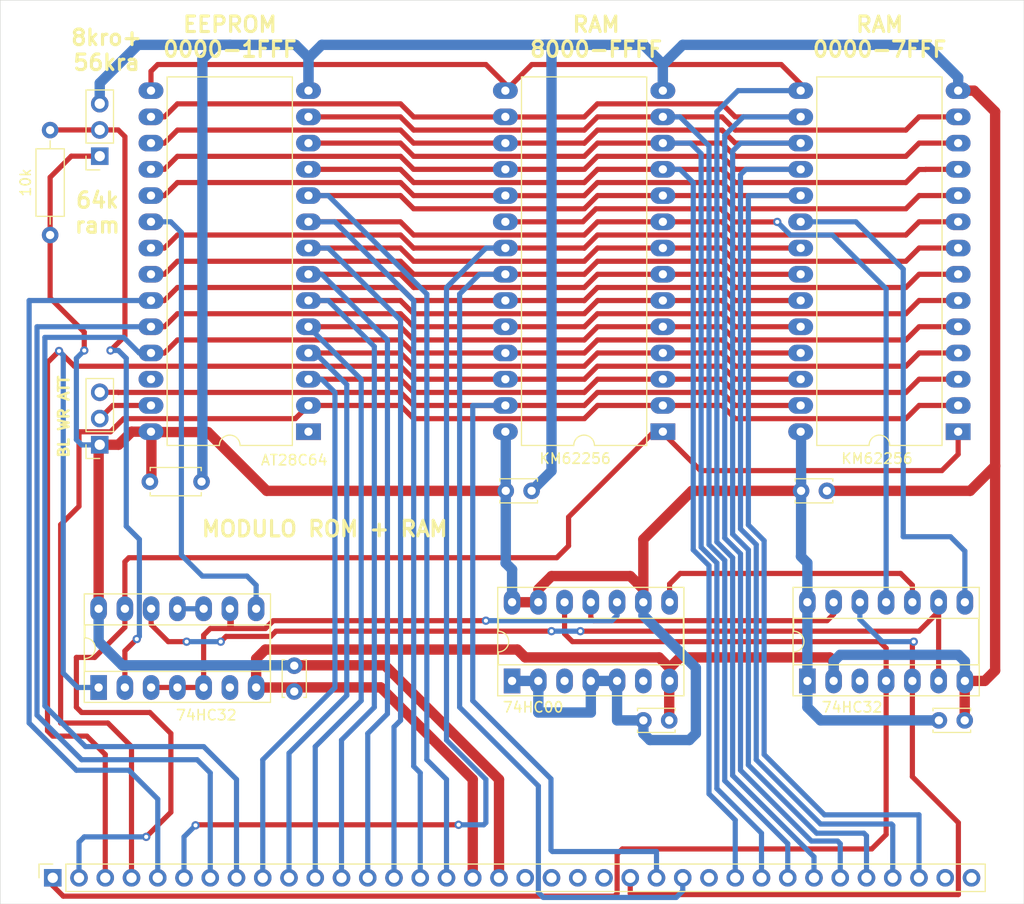
<source format=kicad_pcb>
(kicad_pcb (version 20211014) (generator pcbnew)
  (layers (0 "F.Cu" signal) (31 "B.Cu" signal) (34 "B.Paste" user) (35 "F.Paste" user) (36 "B.SilkS" user "B.Silkscreen") (37 "F.SilkS" user "F.Silkscreen") (38 "B.Mask" user) (39 "F.Mask" user) (44 "Edge.Cuts" user))
  (net 0 "")
  (footprint "Package_DIP:DIP-14_W7.62mm_Socket_LongPads" (layer "F.Cu") (at 94.61 112.385 90)
    (fp_text reference "74HC32")
    (fp_text value "DIP-14_W7.62mm_Socket_LongPads" hide)
  )
  (footprint "Package_DIP:DIP-28_W15.24mm_LongPads" (layer "F.Cu") (at 177.78 87.62 180)
    (fp_text reference "KM62256")
    (fp_text value "DIP-28_W15.24mm_LongPads" hide)
  )
  (footprint "Package_DIP:DIP-28_W15.24mm_LongPads" (layer "F.Cu") (at 114.915 87.62 180)
    (fp_text reference "AT28C64")
    (fp_text value "DIP-28_W15.24mm_LongPads" hide)
  )
  (footprint "Capacitor_THT:C_Disc_D3.4mm_W2.1mm_P2.50mm" (layer "F.Cu") (at 162.58 93.345)
    (fp_text reference "REF**" hide)
    (fp_text value "C_Disc_D3.4mm_W2.1mm_P2.50mm" hide)
  )
  (footprint "Connector_PinSocket_2.54mm:PinSocket_1x36_P2.54mm_Vertical" (layer "F.Cu") (at 90.17 130.81 90)
    (fp_text reference "REF**" hide)
    (fp_text value "PinSocket_1x36_P2.54mm_Vertical" hide)
  )
  (footprint "Capacitor_THT:C_Disc_D4.7mm_W2.5mm_P5.00mm" (layer "F.Cu") (at 99.568 92.456)
    (fp_text reference "REF**" hide)
    (fp_text value "C_Disc_D4.7mm_W2.5mm_P5.00mm" hide)
  )
  (footprint "Connector_PinSocket_2.54mm:PinSocket_1x03_P2.54mm_Vertical" (layer "F.Cu") (at 94.717 88.885 180)
    (fp_text reference "REF**" hide)
    (fp_text value "PinSocket_1x03_P2.54mm_Vertical" hide)
  )
  (footprint "Package_DIP:DIP-28_W15.24mm_LongPads" (layer "F.Cu") (at 149.205 87.62 180)
    (fp_text reference "KM62256")
    (fp_text value "DIP-28_W15.24mm_LongPads" hide)
  )
  (footprint "Package_DIP:DIP-14_W7.62mm_Socket_LongPads" (layer "F.Cu") (at 163.19 111.75 90)
    (fp_text reference "74HC32")
    (fp_text value "DIP-14_W7.62mm_Socket_LongPads" hide)
  )
  (footprint "Capacitor_THT:C_Disc_D3.4mm_W2.1mm_P2.50mm" (layer "F.Cu") (at 113.538 112.776 90)
    (fp_text reference "REF**" hide)
    (fp_text value "C_Disc_D3.4mm_W2.1mm_P2.50mm" hide)
  )
  (footprint "Capacitor_THT:C_Disc_D3.4mm_W2.1mm_P2.50mm" (layer "F.Cu") (at 134.005 93.345)
    (fp_text reference "REF**" hide)
    (fp_text value "C_Disc_D3.4mm_W2.1mm_P2.50mm" hide)
  )
  (footprint "Capacitor_THT:C_Disc_D3.4mm_W2.1mm_P2.50mm" (layer "F.Cu") (at 175.915 115.57)
    (fp_text reference "REF**" hide)
    (fp_text value "C_Disc_D3.4mm_W2.1mm_P2.50mm" hide)
  )
  (footprint "Package_DIP:DIP-14_W7.62mm_Socket_LongPads" (layer "F.Cu") (at 134.615 111.75 90)
    (fp_text reference "74HC00")
    (fp_text value "DIP-14_W7.62mm_Socket_LongPads" hide)
  )
  (footprint "Connector_PinSocket_2.54mm:PinSocket_1x03_P2.54mm_Vertical" (layer "F.Cu") (at 94.717 60.945 180)
    (fp_text reference "REF**" hide)
    (fp_text value "PinSocket_1x03_P2.54mm_Vertical" hide)
  )
  (footprint "Resistor_THT:R_Axial_DIN0207_L6.3mm_D2.5mm_P10.16mm_Horizontal" (layer "F.Cu") (at 89.916 68.58 90)
    (fp_text reference "10k")
    (fp_text value "R_Axial_DIN0207_L6.3mm_D2.5mm_P10.16mm_Horizontal" hide)
  )
  (footprint "Capacitor_THT:C_Disc_D3.4mm_W2.1mm_P2.50mm" (layer "F.Cu") (at 147.32 115.57)
    (fp_text reference "REF**" hide)
    (fp_text value "C_Disc_D3.4mm_W2.1mm_P2.50mm" hide)
  )
  (gr_rect (start 85.09 45.85) (end 184.15 133.35) (layer "Edge.Cuts") (width 0.05) (fill none))
  (gr_text "8kro+\n56kra" (at 95.377 50.673) (layer "F.SilkS") (effects (font (size 1.5 1.5) (thickness 0.3))))
  (gr_text "64k\nram" (at 94.488 66.421) (layer "F.SilkS") (effects (font (size 1.5 1.5) (thickness 0.3))))
  (gr_text "BL WR ATT" (at 91.2368 86.1568 90) (layer "F.SilkS") (effects (font (size 1 1) (thickness 0.25))))
  (gr_text "EEPROM\n0000-1FFF" (at 107.315 49.403) (layer "F.SilkS") (effects (font (size 1.5 1.5) (thickness 0.3))))
  (gr_text "MODULO ROM + RAM" (at 116.4844 97.028) (layer "F.SilkS") (effects (font (size 1.5 1.5) (thickness 0.3))))
  (gr_text "RAM\n0000-7FFF" (at 170.18 49.403) (layer "F.SilkS") (effects (font (size 1.5 1.5) (thickness 0.3))))
  (gr_text "RAM\n8000-FFFF" (at 142.748 49.403) (layer "F.SilkS") (effects (font (size 1.5 1.5) (thickness 0.3))))
  (segment (start 123.825 68.58) (end 125.095 69.85) (width 0.5) (layer "F.Cu") (net 0))
  (segment (start 123.815 69.84) (end 125.095 71.12) (width 0.5) (layer "F.Cu") (net 0))
  (segment (start 141.605 63.5) (end 142.885 62.22) (width 0.5) (layer "F.Cu") (net 0))
  (segment (start 162.58 93.345) (end 152.019 93.345) (width 1) (layer "F.Cu") (net 0))
  (segment (start 142.885 57.14) (end 149.205 57.14) (width 0.5) (layer "F.Cu") (net 0))
  (segment (start 125.095 86.36) (end 141.605 86.36) (width 0.5) (layer "F.Cu") (net 0))
  (segment (start 123.825 60.96) (end 125.085 62.22) (width 0.5) (layer "F.Cu") (net 0))
  (segment (start 133.995 54.6) (end 136.525 52.07) (width 0.5) (layer "F.Cu") (net 0))
  (segment (start 89.662 116.586) (end 90.17 117.094) (width 0.5) (layer "F.Cu") (net 0))
  (segment (start 150.876 109.474) (end 165.354 109.474) (width 1) (layer "F.Cu") (net 0))
  (segment (start 141.615 85.08) (end 142.875 83.82) (width 0.5) (layer "F.Cu") (net 0))
  (segment (start 154.94 60.96) (end 156.2 62.22) (width 0.5) (layer "F.Cu") (net 0))
  (segment (start 149.855 110.495) (end 150.876 109.474) (width 1) (layer "F.Cu") (net 0))
  (segment (start 142.885 59.68) (end 149.205 59.68) (width 0.5) (layer "F.Cu") (net 0))
  (segment (start 142.885 72.38) (end 149.205 72.38) (width 0.5) (layer "F.Cu") (net 0))
  (segment (start 99.675 72.38) (end 100.975 72.38) (width 0.5) (layer "F.Cu") (net 0))
  (segment (start 156.21 76.2) (end 172.72 76.2) (width 0.5) (layer "F.Cu") (net 0))
  (segment (start 174 69.84) (end 177.78 69.84) (width 0.5) (layer "F.Cu") (net 0))
  (segment (start 100.975 77.46) (end 102.235 76.2) (width 0.5) (layer "F.Cu") (net 0))
  (segment (start 154.93 72.38) (end 156.21 73.66) (width 0.5) (layer "F.Cu") (net 0))
  (segment (start 100.975 69.84) (end 102.235 68.58) (width 0.5) (layer "F.Cu") (net 0))
  (segment (start 113.538 112.502) (end 113.538 112.776) (width 0.5) (layer "F.Cu") (net 0))
  (segment (start 142.235 104.13) (end 142.235 105.659) (width 0.5) (layer "F.Cu") (net 0))
  (segment (start 125.095 82.55) (end 125.105 82.54) (width 0.5) (layer "F.Cu") (net 0))
  (segment (start 99.675 54.6) (end 99.675 52.725) (width 0.5) (layer "F.Cu") (net 0))
  (segment (start 141.605 81.28) (end 142.885 80) (width 0.5) (layer "F.Cu") (net 0))
  (segment (start 154.93 69.84) (end 156.21 71.12) (width 0.5) (layer "F.Cu") (net 0))
  (segment (start 141.605 58.42) (end 142.885 57.14) (width 0.5) (layer "F.Cu") (net 0))
  (segment (start 156.21 74.93) (end 156.22 74.92) (width 0.5) (layer "F.Cu") (net 0))
  (segment (start 125.095 66.04) (end 141.605 66.04) (width 0.5) (layer "F.Cu") (net 0))
  (segment (start 123.815 80) (end 125.095 81.28) (width 0.5) (layer "F.Cu") (net 0))
  (segment (start 149.205 62.22) (end 154.93 62.22) (width 0.5) (layer "F.Cu") (net 0))
  (segment (start 177.78 89.809) (end 176.1998 91.3892) (width 0.5) (layer "F.Cu") (net 0))
  (segment (start 141.605 86.36) (end 142.885 85.08) (width 0.5) (layer "F.Cu") (net 0))
  (segment (start 133.955 57.15) (end 133.965 57.14) (width 0.5) (layer "F.Cu") (net 0))
  (segment (start 99.675 64.76) (end 100.975 64.76) (width 0.5) (layer "F.Cu") (net 0))
  (segment (start 154.94 76.2) (end 156.21 77.47) (width 0.5) (layer "F.Cu") (net 0))
  (segment (start 152.019 93.345) (end 147.315 98.049) (width 1) (layer "F.Cu") (net 0))
  (segment (start 145.288 128.016) (end 144.78 128.524) (width 0.5) (layer "F.Cu") (net 0))
  (segment (start 149.205 64.76) (end 154.93 64.76) (width 0.5) (layer "F.Cu") (net 0))
  (segment (start 97.155 78.359) (end 95.758 79.756) (width 0.5) (layer "F.Cu") (net 0))
  (segment (start 141.605 74.93) (end 142.875 73.66) (width 0.5) (layer "F.Cu") (net 0))
  (segment (start 102.235 78.74) (end 123.825 78.74) (width 0.5) (layer "F.Cu") (net 0))
  (segment (start 99.675 69.84) (end 100.975 69.84) (width 0.5) (layer "F.Cu") (net 0))
  (segment (start 152.8572 91.3892) (end 149.205 87.737) (width 0.5) (layer "F.Cu") (net 0))
  (segment (start 123.815 82.54) (end 125.095 83.82) (width 0.5) (layer "F.Cu") (net 0))
  (segment (start 172.72 63.5) (end 173.99 62.23) (width 0.5) (layer "F.Cu") (net 0))
  (segment (start 97.155 59.055) (end 97.155 78.359) (width 0.5) (layer "F.Cu") (net 0))
  (segment (start 123.815 77.46) (end 125.095 78.74) (width 0.5) (layer "F.Cu") (net 0))
  (segment (start 174.625 62.23) (end 174.635 62.22) (width 0.5) (layer "F.Cu") (net 0))
  (segment (start 99.2124 126.8476) (end 101.6 124.46) (width 0.5) (layer "F.Cu") (net 0))
  (segment (start 147.315 98.049) (end 147.315 104.13) (width 1) (layer "F.Cu") (net 0))
  (segment (start 110.744 106.68) (end 107.569 106.68) (width 0.5) (layer "F.Cu") (net 0))
  (segment (start 114.915 62.22) (end 123.815 62.22) (width 0.5) (layer "F.Cu") (net 0))
  (segment (start 142.875 83.82) (end 154.94 83.82) (width 0.5) (layer "F.Cu") (net 0))
  (segment (start 154.94 73.66) (end 156.21 74.93) (width 0.5) (layer "F.Cu") (net 0))
  (segment (start 170.81 111.75) (end 170.81 126.624) (width 0.5) (layer "F.Cu") (net 0))
  (segment (start 172.72 78.74) (end 174 77.46) (width 0.5) (layer "F.Cu") (net 0))
  (segment (start 114.915 74.92) (end 123.815 74.92) (width 0.5) (layer "F.Cu") (net 0))
  (segment (start 92.71 94.8436) (end 92.71 87.63) (width 0.5) (layer "F.Cu") (net 0))
  (segment (start 125.095 74.93) (end 125.105 74.92) (width 0.5) (layer "F.Cu") (net 0))
  (segment (start 102.235 68.58) (end 123.825 68.58) (width 0.5) (layer "F.Cu") (net 0))
  (segment (start 149.205 87.737) (end 149.205 87.62) (width 0.5) (layer "F.Cu") (net 0))
  (segment (start 172.72 76.2) (end 174 74.92) (width 0.5) (layer "F.Cu") (net 0))
  (segment (start 130.81 130.81) (end 130.81 121.285) (width 1) (layer "F.Cu") (net 0))
  (segment (start 123.825 78.74) (end 125.085 80) (width 0.5) (layer "F.Cu") (net 0))
  (segment (start 156.2 59.68) (end 162.54 59.68) (width 0.5) (layer "F.Cu") (net 0))
  (segment (start 133.965 53.955) (end 133.965 54.6) (width 0.5) (layer "F.Cu") (net 0))
  (segment (start 92.2528 81.28) (end 123.825 81.28) (width 0.5) (layer "F.Cu") (net 0))
  (segment (start 173.99 62.23) (end 174.625 62.23) (width 0.5) (layer "F.Cu") (net 0))
  (segment (start 156.083 67.31) (end 160.274 67.31) (width 0.5) (layer "F.Cu") (net 0))
  (segment (start 102.235 60.96) (end 123.825 60.96) (width 0.5) (layer "F.Cu") (net 0))
  (segment (start 97.15 108.844) (end 98.298 107.696) (width 0.5) (layer "F.Cu") (net 0))
  (segment (start 162.54 53.955) (end 162.54 54.6) (width 0.5) (layer "F.Cu") (net 0))
  (segment (start 156.22 69.84) (end 162.54 69.84) (width 0.5) (layer "F.Cu") (net 0))
  (segment (start 149.855 111.75) (end 149.855 110.485) (width 0.5) (layer "F.Cu") (net 0))
  (segment (start 141.595 77.46) (end 141.605 77.47) (width 0.5) (layer "F.Cu") (net 0))
  (segment (start 149.855 102.367) (end 149.855 104.13) (width 0.5) (layer "F.Cu") (net 0))
  (segment (start 144.78 132.334) (end 144.526 132.588) (width 0.5) (layer "F.Cu") (net 0))
  (segment (start 125.095 60.96) (end 141.605 60.96) (width 0.5) (layer "F.Cu") (net 0))
  (segment (start 142.875 60.96) (end 154.94 60.96) (width 0.5) (layer "F.Cu") (net 0))
  (segment (start 100.975 64.76) (end 102.235 63.5) (width 0.5) (layer "F.Cu") (net 0))
  (segment (start 141.605 78.74) (end 142.885 77.46) (width 0.5) (layer "F.Cu") (net 0))
  (segment (start 154.94 71.12) (end 156.21 72.39) (width 0.5) (layer "F.Cu") (net 0))
  (segment (start 149.205 69.84) (end 154.93 69.84) (width 0.5) (layer "F.Cu") (net 0))
  (segment (start 123.825 76.2) (end 125.085 77.46) (width 0.5) (layer "F.Cu") (net 0))
  (segment (start 99.715 92.309) (end 99.715 87.66) (width 1) (layer "F.Cu") (net 0))
  (segment (start 122.301 110.236) (end 113.578 110.236) (width 1) (layer "F.Cu") (net 0))
  (segment (start 156.22 77.46) (end 162.54 77.46) (width 0.5) (layer "F.Cu") (net 0))
  (segment (start 174 74.92) (end 177.78 74.92) (width 0.5) (layer "F.Cu") (net 0))
  (segment (start 141.605 76.2) (end 142.885 74.92) (width 0.5) (layer "F.Cu") (net 0))
  (segment (start 170.81 108.58) (end 170.81 111.75) (width 0.5) (layer "F.Cu") (net 0))
  (segment (start 174 80) (end 177.78 80) (width 0.5) (layer "F.Cu") (net 0))
  (segment (start 99.715 87.66) (end 99.675 87.62) (width 0.5) (layer "F.Cu") (net 0))
  (segment (start 172.72 60.96) (end 174 59.68) (width 0.5) (layer "F.Cu") (net 0))
  (segment (start 90.17 131.572) (end 90.17 130.81) (width 0.5) (layer "F.Cu") (net 0))
  (segment (start 172.72 81.28) (end 174 80) (width 0.5) (layer "F.Cu") (net 0))
  (segment (start 174.635 62.22) (end 177.78 62.22) (width 0.5) (layer "F.Cu") (net 0))
  (segment (start 172.72 66.04) (end 174 64.76) (width 0.5) (layer "F.Cu") (net 0))
  (segment (start 133.965 85.08) (end 141.615 85.08) (width 0.5) (layer "F.Cu") (net 0))
  (segment (start 146.05 101.6) (end 147.315 102.865) (width 1) (layer "F.Cu") (net 0))
  (segment (start 95.982 85.08) (end 94.717 86.345) (width 0.5) (layer "F.Cu") (net 0))
  (segment (start 103.124 107.95) (end 101.346 107.95) (width 0.5) (layer "F.Cu") (net 0))
  (segment (start 141.605 72.39) (end 142.875 71.12) (width 0.5) (layer "F.Cu") (net 0))
  (segment (start 109.85 112.385) (end 113.655 112.385) (width 1) (layer "F.Cu") (net 0))
  (segment (start 125.095 58.42) (end 141.605 58.42) (width 0.5) (layer "F.Cu") (net 0))
  (segment (start 148.346 87.62) (end 140.081 95.885) (width 0.5) (layer "F.Cu") (net 0))
  (segment (start 173.35 108.082) (end 173.482 107.95) (width 0.5) (layer "F.Cu") (net 0))
  (segment (start 141.224 106.934) (end 173.99 106.934) (width 0.5) (layer "F.Cu") (net 0))
  (segment (start 90.7796 79.8068) (end 89.662 80.9244) (width 0.5) (layer "F.Cu") (net 0))
  (segment (start 156.22 74.92) (end 162.54 74.92) (width 0.5) (layer "F.Cu") (net 0))
  (segment (start 181.356 90.932) (end 181.356 110.744) (width 1) (layer "F.Cu") (net 0))
  (segment (start 174 77.46) (end 177.78 77.46) (width 0.5) (layer "F.Cu") (net 0))
  (segment (start 165.1 105.918) (end 165.73 105.288) (width 0.5) (layer "F.Cu") (net 0))
  (segment (start 137.155 102.875) (end 138.43 101.6) (width 1) (layer "F.Cu") (net 0))
  (segment (start 165.73 109.85) (end 165.73 111.75) (width 1) (layer "F.Cu") (net 0))
  (segment (start 170.81 126.624) (end 169.418 128.016) (width 0.5) (layer "F.Cu") (net 0))
  (segment (start 146.05 130.81) (end 146.05 132.334) (width 0.5) (layer "F.Cu") (net 0))
  (segment (start 154.93 67.3) (end 156.21 68.58) (width 0.5) (layer "F.Cu") (net 0))
  (segment (start 99.675 85.08) (end 95.982 85.08) (width 0.5) (layer "F.Cu") (net 0))
  (segment (start 144.526 132.588) (end 91.186 132.588) (width 0.5) (layer "F.Cu") (net 0))
  (segment (start 154.93 59.68) (end 156.21 60.96) (width 0.5) (layer "F.Cu") (net 0))
  (segment (start 156.2 85.08) (end 162.54 85.08) (width 0.5) (layer "F.Cu") (net 0))
  (segment (start 156.21 68.58) (end 172.72 68.58) (width 0.5) (layer "F.Cu") (net 0))
  (segment (start 94.61 104.765) (end 94.61 88.992) (width 1) (layer "F.Cu") (net 0))
  (segment (start 148.844 109.474) (end 135.89 109.474) (width 1) (layer "F.Cu") (net 0))
  (segment (start 141.605 59.69) (end 142.875 58.42) (width 0.5) (layer "F.Cu") (net 0))
  (segment (start 91.963 60.945) (end 94.717 60.945) (width 0.5) (layer "F.Cu") (net 0))
  (segment (start 139.695 107.183) (end 140.462 107.95) (width 0.5) (layer "F.Cu") (net 0))
  (segment (start 123.825 83.82) (end 125.095 85.09) (width 0.5) (layer "F.Cu") (net 0))
  (segment (start 93.218 77.978) (end 89.916 74.676) (width 0.5) (layer "F.Cu") (net 0))
  (segment (start 99.675 59.68) (end 100.975 59.68) (width 0.5) (layer "F.Cu") (net 0))
  (segment (start 99.675 52.725) (end 100.33 52.07) (width 0.5) (layer "F.Cu") (net 0))
  (segment (start 175.89 111.75) (end 175.89 104.13) (width 0.5) (layer "F.Cu") (net 0))
  (segment (start 140.081 98.679) (end 138.938 99.822) (width 0.5) (layer "F.Cu") (net 0))
  (segment (start 142.875 63.5) (end 154.94 63.5) (width 0.5) (layer "F.Cu") (net 0))
  (segment (start 154.93 74.92) (end 156.21 76.2) (width 0.5) (layer "F.Cu") (net 0))
  (segment (start 125.095 83.82) (end 141.605 83.82) (width 0.5) (layer "F.Cu") (net 0))
  (segment (start 174 72.38) (end 177.78 72.38) (width 0.5) (layer "F.Cu") (net 0))
  (segment (start 125.085 77.46) (end 133.965 77.46) (width 0.5) (layer "F.Cu") (net 0))
  (segment (start 142.875 55.88) (end 154.94 55.88) (width 0.5) (layer "F.Cu") (net 0))
  (segment (start 93.218 79.756) (end 93.218 77.978) (width 0.5) (layer "F.Cu") (net 0))
  (segment (start 92.71 87.63) (end 95.758 87.63) (width 0.5) (layer "F.Cu") (net 0))
  (segment (start 174 64.76) (end 177.78 64.76) (width 0.5) (layer "F.Cu") (net 0))
  (segment (start 137.155 104.13) (end 137.155 102.875) (width 0.5) (layer "F.Cu") (net 0))
  (segment (start 90.17 117.094) (end 93.472 117.094) (width 0.5) (layer "F.Cu") (net 0))
  (segment (start 138.43 106.934) (end 111.76 106.934) (width 0.5) (layer "F.Cu") (net 0))
  (segment (start 142.885 80) (end 149.205 80) (width 0.5) (layer "F.Cu") (net 0))
  (segment (start 156.21 58.42) (end 172.72 58.42) (width 0.5) (layer "F.Cu") (net 0))
  (segment (start 125.095 63.5) (end 141.605 63.5) (width 0.5) (layer "F.Cu") (net 0))
  (segment (start 178.943 93.345) (end 181.356 90.932) (width 1) (layer "F.Cu") (net 0))
  (segment (start 149.205 72.38) (end 154.93 72.38) (width 0.5) (layer "F.Cu") (net 0))
  (segment (start 97.8 87.62) (end 99.675 87.62) (width 1) (layer "F.Cu") (net 0))
  (segment (start 141.605 73.66) (end 142.885 72.38) (width 0.5) (layer "F.Cu") (net 0))
  (segment (start 172.72 71.12) (end 174 69.84) (width 0.5) (layer "F.Cu") (net 0))
  (segment (start 125.105 74.92) (end 133.965 74.92) (width 0.5) (layer "F.Cu") (net 0))
  (segment (start 156.21 73.66) (end 172.72 73.66) (width 0.5) (layer "F.Cu") (net 0))
  (segment (start 89.916 58.928) (end 89.916 58.42) (width 0.5) (layer "F.Cu") (net 0))
  (segment (start 134.615 104.13) (end 137.155 104.13) (width 1) (layer "F.Cu") (net 0))
  (segment (start 154.94 63.5) (end 156.2 64.76) (width 0.5) (layer "F.Cu") (net 0))
  (segment (start 89.916 74.676) (end 89.916 68.58) (width 0.5) (layer "F.Cu") (net 0))
  (segment (start 125.095 68.58) (end 141.605 68.58) (width 0.5) (layer "F.Cu") (net 0))
  (segment (start 173.99 106.934) (end 175.89 105.034) (width 0.5) (layer "F.Cu") (net 0))
  (segment (start 133.965 62.22) (end 141.615 62.22) (width 0.5) (layer "F.Cu") (net 0))
  (segment (start 146.05 132.334) (end 146.1516 132.4356) (width 0.5) (layer "F.Cu") (net 0))
  (segment (start 107.442 104.897) (end 107.31 104.765) (width 0.5) (layer "F.Cu") (net 0))
  (segment (start 174 85.08) (end 177.78 85.08) (width 0.5) (layer "F.Cu") (net 0))
  (segment (start 154.93 64.76) (end 156.21 66.04) (width 0.5) (layer "F.Cu") (net 0))
  (segment (start 142.235 105.659) (end 142.494 105.918) (width 0.5) (layer "F.Cu") (net 0))
  (segment (start 142.875 81.28) (end 154.94 81.28) (width 0.5) (layer "F.Cu") (net 0))
  (segment (start 181.356 56.642) (end 179.314 54.6) (width 1) (layer "F.Cu") (net 0))
  (segment (start 133.965 57.14) (end 133.975 57.15) (width 0.5) (layer "F.Cu") (net 0))
  (segment (start 146.1516 132.4356) (end 177.8 132.4356) (width 0.5) (layer "F.Cu") (net 0))
  (segment (start 156.21 81.28) (end 172.72 81.28) (width 0.5) (layer "F.Cu") (net 0))
  (segment (start 154.94 58.42) (end 156.2 59.68) (width 0.5) (layer "F.Cu") (net 0))
  (segment (start 141.605 82.55) (end 142.875 81.28) (width 0.5) (layer "F.Cu") (net 0))
  (segment (start 94.717 58.405) (end 96.505 58.405) (width 0.5) (layer "F.Cu") (net 0))
  (segment (start 142.885 74.92) (end 149.205 74.92) (width 0.5) (layer "F.Cu") (net 0))
  (segment (start 123.825 55.88) (end 125.095 57.15) (width 0.5) (layer "F.Cu") (net 0))
  (segment (start 154.93 82.54) (end 156.21 83.82) (width 0.5) (layer "F.Cu") (net 0))
  (segment (start 101.6 124.46) (end 101.6 116.84) (width 0.5) (layer "F.Cu") (net 0))
  (segment (start 165.354 109.474) (end 165.73 109.85) (width 1) (layer "F.Cu") (net 0))
  (segment (start 125.095 76.2) (end 141.605 76.2) (width 0.5) (layer "F.Cu") (net 0))
  (segment (start 123.825 81.28) (end 125.095 82.55) (width 0.5) (layer "F.Cu") (net 0))
  (segment (start 177.8 132.4356) (end 177.8 125.476) (width 0.5) (layer "F.Cu") (net 0))
  (segment (start 125.095 81.28) (end 141.605 81.28) (width 0.5) (layer "F.Cu") (net 0))
  (segment (start 104.77 112.385) (end 104.77 107.32) (width 0.5) (layer "F.Cu") (net 0))
  (segment (start 141.595 59.68) (end 141.605 59.69) (width 0.5) (layer "F.Cu") (net 0))
  (segment (start 114.915 85.08) (end 123.815 85.08) (width 0.5) (layer "F.Cu") (net 0))
  (segment (start 100.33 52.07) (end 132.08 52.07) (width 0.5) (layer "F.Cu") (net 0))
  (segment (start 156.21 63.5) (end 172.72 63.5) (width 0.5) (layer "F.Cu") (net 0))
  (segment (start 180.35 111.75) (end 178.43 111.75) (width 1) (layer "F.Cu") (net 0))
  (segment (start 165.73 105.288) (end 165.73 104.13) (width 0.5) (layer "F.Cu") (net 0))
  (segment (start 154.94 68.58) (end 156.21 69.85) (width 0.5) (layer "F.Cu") (net 0))
  (segment (start 141.468 67.3) (end 142.728 66.04) (width 0.5) (layer "F.Cu") (net 0))
  (segment (start 141.595 82.54) (end 141.605 82.55) (width 0.5) (layer "F.Cu") (net 0))
  (segment (start 125.105 85.08) (end 133.965 85.08) (width 0.5) (layer "F.Cu") (net 0))
  (segment (start 172.72 58.42) (end 174 57.14) (width 0.5) (layer "F.Cu") (net 0))
  (segment (start 174 82.54) (end 177.78 82.54) (width 0.5) (layer "F.Cu") (net 0))
  (segment (start 140.081 95.885) (end 140.081 98.679) (width 0.5) (layer "F.Cu") (net 0))
  (segment (start 123.815 74.92) (end 125.095 76.2) (width 0.5) (layer "F.Cu") (net 0))
  (segment (start 149.82 111.785) (end 149.855 111.75) (width 0.5) (layer "F.Cu") (net 0))
  (segment (start 114.915 67.3) (end 123.815 67.3) (width 0.5) (layer "F.Cu") (net 0))
  (segment (start 177.8 125.476) (end 173.35 121.026) (width 0.5) (layer "F.Cu") (net 0))
  (segment (start 181.356 110.744) (end 180.35 111.75) (width 1) (layer "F.Cu") (net 0))
  (segment (start 101.6 116.84) (end 99.568 114.808) (width 0.5) (layer "F.Cu") (net 0))
  (segment (start 102.235 63.5) (end 123.825 63.5) (width 0.5) (layer "F.Cu") (net 0))
  (segment (start 178.415 115.57) (end 178.415 111.765) (width 1) (layer "F.Cu") (net 0))
  (segment (start 114.915 57.14) (end 123.815 57.14) (width 0.5) (layer "F.Cu") (net 0))
  (segment (start 156.21 86.36) (end 172.72 86.36) (width 0.5) (layer "F.Cu") (net 0))
  (segment (start 114.915 69.84) (end 123.815 69.84) (width 0.5) (layer "F.Cu") (net 0))
  (segment (start 99.675 80) (end 100.975 80) (width 0.5) (layer "F.Cu") (net 0))
  (segment (start 125.085 62.22) (end 133.965 62.22) (width 0.5) (layer "F.Cu") (net 0))
  (segment (start 154.93 80) (end 156.21 81.28) (width 0.5) (layer "F.Cu") (net 0))
  (segment (start 110.744 108.712) (end 109.85 109.606) (width 1) (layer "F.Cu") (net 0))
  (segment (start 102.23 112.385) (end 104.77 112.385) (width 0.5) (layer "F.Cu") (net 0))
  (segment (start 156.21 69.85) (end 156.22 69.84) (width 0.5) (layer "F.Cu") (net 0))
  (segment (start 138.43 101.6) (end 146.05 101.6) (width 1) (layer "F.Cu") (net 0))
  (segment (start 144.78 128.524) (end 144.78 132.334) (width 0.5) (layer "F.Cu") (net 0))
  (segment (start 133.965 80) (end 141.615 80) (width 0.5) (layer "F.Cu") (net 0))
  (segment (start 90.932 96.6216) (end 92.71 94.8436) (width 0.5) (layer "F.Cu") (net 0))
  (segment (start 123.815 67.3) (end 125.095 68.58) (width 0.5) (layer "F.Cu") (net 0))
  (segment (start 104.0384 125.6792) (end 103.9876 125.73) (width 0.5) (layer "F.Cu") (net 0))
  (segment (start 129.4384 125.6792) (end 104.0384 125.6792) (width 0.5) (layer "F.Cu") (net 0))
  (segment (start 114.915 72.38) (end 123.815 72.38) (width 0.5) (layer "F.Cu") (net 0))
  (segment (start 154.813 66.04) (end 156.083 67.31) (width 0.5) (layer "F.Cu") (net 0))
  (segment (start 142.875 68.58) (end 154.94 68.58) (width 0.5) (layer "F.Cu") (net 0))
  (segment (start 154.93 57.14) (end 156.21 58.42) (width 0.5) (layer "F.Cu") (net 0))
  (segment (start 133.965 74.92) (end 141.595 74.92) (width 0.5) (layer "F.Cu") (net 0))
  (segment (start 133.965 54.6) (end 133.995 54.6) (width 0.5) (layer "F.Cu") (net 0))
  (segment (start 99.675 74.92) (end 100.975 74.92) (width 0.5) (layer "F.Cu") (net 0))
  (segment (start 125.095 72.39) (end 125.105 72.38) (width 0.5) (layer "F.Cu") (net 0))
  (segment (start 94.717 88.885) (end 96.535 88.885) (width 1) (layer "F.Cu") (net 0))
  (segment (start 156.21 71.12) (end 172.72 71.12) (width 0.5) (layer "F.Cu") (net 0))
  (segment (start 99.675 57.14) (end 100.975 57.14) (width 0.5) (layer "F.Cu") (net 0))
  (segment (start 130.81 121.285) (end 121.9 112.375) (width 1) (layer "F.Cu") (net 0))
  (segment (start 154.93 77.46) (end 156.21 78.74) (width 0.5) (layer "F.Cu") (net 0))
  (segment (start 156.2 57.14) (end 162.54 57.14) (width 0.5) (layer "F.Cu") (net 0))
  (segment (start 97.15 112.385) (end 97.15 108.844) (width 0.5) (layer "F.Cu") (net 0))
  (segment (start 123.815 57.14) (end 125.095 58.42) (width 0.5) (layer "F.Cu") (net 0))
  (segment (start 100.975 62.22) (end 102.235 60.96) (width 0.5) (layer "F.Cu") (net 0))
  (segment (start 90.932 115.824) (end 90.932 96.6216) (width 0.5) (layer "F.Cu") (net 0))
  (segment (start 149.855 111.75) (end 149.855 110.495) (width 0.5) (layer "F.Cu") (net 0))
  (segment (start 149.205 80) (end 154.93 80) (width 0.5) (layer "F.Cu") (net 0))
  (segment (start 102.235 58.42) (end 123.825 58.42) (width 0.5) (layer "F.Cu") (net 0))
  (segment (start 172.72 86.36) (end 174 85.08) (width 0.5) (layer "F.Cu") (net 0))
  (segment (start 123.815 85.08) (end 125.095 86.36) (width 0.5) (layer "F.Cu") (net 0))
  (segment (start 125.095 78.74) (end 141.605 78.74) (width 0.5) (layer "F.Cu") (net 0))
  (segment (start 133.965 77.46) (end 141.595 77.46) (width 0.5) (layer "F.Cu") (net 0))
  (segment (start 100.975 57.14) (end 102.235 55.88) (width 0.5) (layer "F.Cu") (net 0))
  (segment (start 123.825 71.12) (end 125.095 72.39) (width 0.5) (layer "F.Cu") (net 0))
  (segment (start 123.815 64.76) (end 125.095 66.04) (width 0.5) (layer "F.Cu") (net 0))
  (segment (start 99.568 92.456) (end 99.715 92.309) (width 1) (layer "F.Cu") (net 0))
  (segment (start 102.235 55.88) (end 123.825 55.88) (width 0.5) (layer "F.Cu") (net 0))
  (segment (start 174 59.68) (end 177.78 59.68) (width 0.5) (layer "F.Cu") (net 0))
  (segment (start 134.005 93.345) (end 110.871 93.345) (width 1) (layer "F.Cu") (net 0))
  (segment (start 100.975 72.38) (end 102.235 71.12) (width 0.5) (layer "F.Cu") (net 0))
  (segment (start 102.235 73.66) (end 123.825 73.66) (width 0.5) (layer "F.Cu") (net 0))
  (segment (start 99.568 114.808) (end 92.964 114.808) (width 0.5) (layer "F.Cu") (net 0))
  (segment (start 150.876 101.346) (end 149.855 102.367) (width 0.5) (layer "F.Cu") (net 0))
  (segment (start 141.605 64.77) (end 142.875 63.5) (width 0.5) (layer "F.Cu") (net 0))
  (segment (start 154.94 83.82) (end 156.2 85.08) (width 0.5) (layer "F.Cu") (net 0))
  (segment (start 133.975 64.77) (end 141.605 64.77) (width 0.5) (layer "F.Cu") (net 0))
  (segment (start 123.825 58.42) (end 125.085 59.68) (width 0.5) (layer "F.Cu") (net 0))
  (segment (start 156.21 78.74) (end 172.72 78.74) (width 0.5) (layer "F.Cu") (net 0))
  (segment (start 113.939 112.375) (end 113.538 112.776) (width 1) (layer "F.Cu") (net 0))
  (segment (start 142.494 105.918) (end 165.1 105.918) (width 0.5) (layer "F.Cu") (net 0))
  (segment (start 169.418 128.016) (end 145.288 128.016) (width 0.5) (layer "F.Cu") (net 0))
  (segment (start 114.915 80) (end 123.815 80) (width 0.5) (layer "F.Cu") (net 0))
  (segment (start 141.595 69.84) (end 141.605 69.85) (width 0.5) (layer "F.Cu") (net 0))
  (segment (start 149.205 82.54) (end 154.93 82.54) (width 0.5) (layer "F.Cu") (net 0))
  (segment (start 173.35 102.484) (end 172.212 101.346) (width 0.5) (layer "F.Cu") (net 0))
  (segment (start 133.975 57.15) (end 141.605 57.15) (width 0.5) (layer "F.Cu") (net 0))
  (segment (start 89.931 58.405) (end 94.717 58.405) (width 0.5) (layer "F.Cu") (net 0))
  (segment (start 90.7796 79.8068) (end 92.2528 81.28) (width 0.5) (layer "F.Cu") (net 0))
  (segment (start 174 57.14) (end 177.78 57.14) (width 0.5) (layer "F.Cu") (net 0))
  (segment (start 142.885 62.22) (end 149.205 62.22) (width 0.5) (layer "F.Cu") (net 0))
  (segment (start 114.915 59.68) (end 123.815 59.68) (width 0.5) (layer "F.Cu") (net 0))
  (segment (start 142.885 67.3) (end 149.205 67.3) (width 0.5) (layer "F.Cu") (net 0))
  (segment (start 156.21 72.39) (end 156.22 72.38) (width 0.5) (layer "F.Cu") (net 0))
  (segment (start 140.462 107.95) (end 170.18 107.95) (width 0.5) (layer "F.Cu") (net 0))
  (segment (start 109.85 109.606) (end 109.85 112.385) (width 1) (layer "F.Cu") (net 0))
  (segment (start 111.506 105.918) (end 110.744 106.68) (width 0.5) (layer "F.Cu") (net 0))
  (segment (start 89.916 68.58) (end 89.916 62.992) (width 0.5) (layer "F.Cu") (net 0))
  (segment (start 142.885 85.08) (end 149.205 85.08) (width 0.5) (layer "F.Cu") (net 0))
  (segment (start 107.31 106.421) (end 107.31 104.765) (width 0.5) (layer "F.Cu") (net 0))
  (segment (start 125.095 69.85) (end 125.105 69.84) (width 0.5) (layer "F.Cu") (net 0))
  (segment (start 89.916 58.42) (end 89.931 58.405) (width 0.5) (layer "F.Cu") (net 0))
  (segment (start 105.41 106.68) (end 107.442 106.68) (width 0.5) (layer "F.Cu") (net 0))
  (segment (start 179.314 54.6) (end 177.78 54.6) (width 1) (layer "F.Cu") (net 0))
  (segment (start 135.128 108.712) (end 110.744 108.712) (width 1) (layer "F.Cu") (net 0))
  (segment (start 141.595 72.38) (end 141.605 72.39) (width 0.5) (layer "F.Cu") (net 0))
  (segment (start 142.885 69.84) (end 149.205 69.84) (width 0.5) (layer "F.Cu") (net 0))
  (segment (start 172.72 68.58) (end 174 67.3) (width 0.5) (layer "F.Cu") (net 0))
  (segment (start 156.22 80) (end 162.54 80) (width 0.5) (layer "F.Cu") (net 0))
  (segment (start 142.875 78.74) (end 154.96 78.74) (width 0.5) (layer "F.Cu") (net 0))
  (segment (start 154.93 62.22) (end 156.21 63.5) (width 0.5) (layer "F.Cu") (net 0))
  (segment (start 125.095 71.12) (end 141.605 71.12) (width 0.5) (layer "F.Cu") (net 0))
  (segment (start 149.205 67.3) (end 154.93 67.3) (width 0.5) (layer "F.Cu") (net 0))
  (segment (start 149.205 57.14) (end 154.93 57.14) (width 0.5) (layer "F.Cu") (net 0))
  (segment (start 100.975 80) (end 102.235 78.74) (width 0.5) (layer "F.Cu") (net 0))
  (segment (start 125.105 69.84) (end 133.965 69.84) (width 0.5) (layer "F.Cu") (net 0))
  (segment (start 96.505 58.405) (end 97.155 59.055) (width 0.5) (layer "F.Cu") (net 0))
  (segment (start 174 67.3) (end 177.78 67.3) (width 0.5) (layer "F.Cu") (net 0))
  (segment (start 113.578 110.236) (end 113.538 110.276) (width 1) (layer "F.Cu") (net 0))
  (segment (start 96.52 83.82) (end 96.505 83.805) (width 0.5) (layer "F.Cu") (net 0))
  (segment (start 141.615 62.22) (end 142.875 60.96) (width 0.5) (layer "F.Cu") (net 0))
  (segment (start 96.52 83.82) (end 123.825 83.82) (width 0.5) (layer "F.Cu") (net 0))
  (segment (start 133.965 82.54) (end 141.595 82.54) (width 0.5) (layer "F.Cu") (net 0))
  (segment (start 142.885 82.54) (end 149.205 82.54) (width 0.5) (layer "F.Cu") (net 0))
  (segment (start 132.08 52.07) (end 133.965 53.955) (width 0.5) (layer "F.Cu") (net 0))
  (segment (start 139.695 104.13) (end 139.695 107.183) (width 0.5) (layer "F.Cu") (net 0))
  (segment (start 94.61 88.992) (end 94.717 88.885) (width 1) (layer "F.Cu") (net 0))
  (segment (start 132.08 105.918) (end 111.506 105.918) (width 0.5) (layer "F.Cu") (net 0))
  (segment (start 133.965 59.68) (end 141.595 59.68) (width 0.5) (layer "F.Cu") (net 0))
  (segment (start 138.938 99.822) (end 97.536 99.822) (width 0.5) (layer "F.Cu") (net 0))
  (segment (start 142.875 76.2) (end 154.94 76.2) (width 0.5) (layer "F.Cu") (net 0))
  (segment (start 141.605 69.85) (end 142.875 68.58) (width 0.5) (layer "F.Cu") (net 0))
  (segment (start 176.1998 91.3892) (end 152.8572 91.3892) (width 0.5) (layer "F.Cu") (net 0))
  (segment (start 111.76 106.934) (end 111.252 107.442) (width 0.5) (layer "F.Cu") (net 0))
  (segment (start 149.82 115.57) (end 149.82 111.785) (width 1) (layer "F.Cu") (net 0))
  (segment (start 114.915 82.54) (end 123.815 82.54) (width 0.5) (layer "F.Cu") (net 0))
  (segment (start 97.15 100.208) (end 97.15 104.765) (width 0.5) (layer "F.Cu") (net 0))
  (segment (start 125.085 59.68) (end 133.965 59.68) (width 0.5) (layer "F.Cu") (net 0))
  (segment (start 133.965 67.3) (end 141.468 67.3) (width 0.5) (layer "F.Cu") (net 0))
  (segment (start 172.72 83.82) (end 174 82.54) (width 0.5) (layer "F.Cu") (net 0))
  (segment (start 156.22 72.38) (end 162.54 72.38) (width 0.5) (layer "F.Cu") (net 0))
  (segment (start 92.456 109.474) (end 94.234 109.474) (width 0.5) (layer "F.Cu") (net 0))
  (segment (start 114.915 77.46) (end 123.815 77.46) (width 0.5) (layer "F.Cu") (net 0))
  (segment (start 141.605 83.82) (end 142.885 82.54) (width 0.5) (layer "F.Cu") (net 0))
  (segment (start 100.975 59.68) (end 102.235 58.42) (width 0.5) (layer "F.Cu") (net 0))
  (segment (start 173.35 121.026) (end 173.35 111.75) (width 0.5) (layer "F.Cu") (net 0))
  (segment (start 133.965 72.38) (end 141.595 72.38) (width 0.5) (layer "F.Cu") (net 0))
  (segment (start 93.472 117.094) (end 95.25 118.872) (width 0.5) (layer "F.Cu") (net 0))
  (segment (start 170.18 107.95) (end 170.81 108.58) (width 0.5) (layer "F.Cu") (net 0))
  (segment (start 96.535 88.885) (end 97.8 87.62) (width 1) (layer "F.Cu") (net 0))
  (segment (start 110.871 93.345) (end 105.186 87.66) (width 1) (layer "F.Cu") (net 0))
  (segment (start 105.186 87.66) (end 99.715 87.66) (width 1) (layer "F.Cu") (net 0))
  (segment (start 89.916 62.992) (end 91.963 60.945) (width 0.5) (layer "F.Cu") (net 0))
  (segment (start 101.346 107.95) (end 99.69 106.294) (width 0.5) (layer "F.Cu") (net 0))
  (segment (start 107.569 106.68) (end 107.31 106.421) (width 0.5) (layer "F.Cu") (net 0))
  (segment (start 149.205 87.62) (end 148.346 87.62) (width 0.5) (layer "F.Cu") (net 0))
  (segment (start 125.095 85.09) (end 125.105 85.08) (width 0.5) (layer "F.Cu") (net 0))
  (segment (start 99.675 77.46) (end 100.975 77.46) (width 0.5) (layer "F.Cu") (net 0))
  (segment (start 154.93 85.08) (end 156.21 86.36) (width 0.5) (layer "F.Cu") (net 0))
  (segment (start 156.21 60.96) (end 172.72 60.96) (width 0.5) (layer "F.Cu") (net 0))
  (segment (start 125.095 73.66) (end 141.605 73.66) (width 0.5) (layer "F.Cu") (net 0))
  (segment (start 94.234 109.474) (end 97.15 106.558) (width 0.5) (layer "F.Cu") (net 0))
  (segment (start 156.2 62.22) (end 162.54 62.22) (width 0.5) (layer "F.Cu") (net 0))
  (segment (start 91.186 132.588) (end 90.17 131.572) (width 0.5) (layer "F.Cu") (net 0))
  (segment (start 142.728 66.04) (end 154.813 66.04) (width 0.5) (layer "F.Cu") (net 0))
  (segment (start 156.21 82.55) (end 156.22 82.54) (width 0.5) (layer "F.Cu") (net 0))
  (segment (start 149.205 85.08) (end 154.93 85.08) (width 0.5) (layer "F.Cu") (net 0))
  (segment (start 125.095 57.15) (end 133.955 57.15) (width 0.5) (layer "F.Cu") (net 0))
  (segment (start 97.79 118.11) (end 95.504 115.824) (width 0.5) (layer "F.Cu") (net 0))
  (segment (start 125.085 80) (end 133.965 80) (width 0.5) (layer "F.Cu") (net 0))
  (segment (start 160.655 52.07) (end 162.54 53.955) (width 0.5) (layer "F.Cu") (net 0))
  (segment (start 123.815 62.22) (end 125.095 63.5) (width 0.5) (layer "F.Cu") (net 0))
  (segment (start 142.885 64.76) (end 149.205 64.76) (width 0.5) (layer "F.Cu") (net 0))
  (segment (start 173.35 104.13) (end 173.35 102.484) (width 0.5) (layer "F.Cu") (net 0))
  (segment (start 113.635 86.36) (end 114.915 85.08) (width 0.5) (layer "F.Cu") (net 0))
  (segment (start 141.605 68.58) (end 142.885 67.3) (width 0.5) (layer "F.Cu") (net 0))
  (segment (start 142.885 77.46) (end 149.205 77.46) (width 0.5) (layer "F.Cu") (net 0))
  (segment (start 136.525 52.07) (end 160.655 52.07) (width 0.5) (layer "F.Cu") (net 0))
  (segment (start 142.875 73.66) (end 154.94 73.66) (width 0.5) (layer "F.Cu") (net 0))
  (segment (start 113.655 112.385) (end 113.538 112.502) (width 0.5) (layer "F.Cu") (net 0))
  (segment (start 156.21 77.47) (end 156.22 77.46) (width 0.5) (layer "F.Cu") (net 0))
  (segment (start 97.79 130.81) (end 97.79 118.11) (width 0.5) (layer "F.Cu") (net 0))
  (segment (start 123.825 63.5) (end 125.085 64.76) (width 0.5) (layer "F.Cu") (net 0))
  (segment (start 141.605 66.04) (end 142.885 64.76) (width 0.5) (layer "F.Cu") (net 0))
  (segment (start 133.965 59.68) (end 133.975 59.69) (width 0.5) (layer "F.Cu") (net 0))
  (segment (start 156.21 66.04) (end 172.72 66.04) (width 0.5) (layer "F.Cu") (net 0))
  (segment (start 102.235 71.12) (end 123.825 71.12) (width 0.5) (layer "F.Cu") (net 0))
  (segment (start 149.205 74.92) (end 154.93 74.92) (width 0.5) (layer "F.Cu") (net 0))
  (segment (start 175.89 105.034) (end 175.89 104.13) (width 0.5) (layer "F.Cu") (net 0))
  (segment (start 99.675 62.22) (end 100.975 62.22) (width 0.5) (layer "F.Cu") (net 0))
  (segment (start 111.252 107.442) (end 106.934 107.442) (width 0.5) (layer "F.Cu") (net 0))
  (segment (start 107.442 106.68) (end 107.442 104.897) (width 0.5) (layer "F.Cu") (net 0))
  (segment (start 89.662 80.9244) (end 89.662 116.586) (width 0.5) (layer "F.Cu") (net 0))
  (segment (start 156.21 83.82) (end 172.72 83.82) (width 0.5) (layer "F.Cu") (net 0))
  (segment (start 125.105 72.38) (end 133.965 72.38) (width 0.5) (layer "F.Cu") (net 0))
  (segment (start 156.22 82.54) (end 162.54 82.54) (width 0.5) (layer "F.Cu") (net 0))
  (segment (start 149.205 59.68) (end 154.93 59.68) (width 0.5) (layer "F.Cu") (net 0))
  (segment (start 104.77 107.32) (end 105.41 106.68) (width 0.5) (layer "F.Cu") (net 0))
  (segment (start 154.94 81.28) (end 156.21 82.55) (width 0.5) (layer "F.Cu") (net 0))
  (segment (start 121.9 112.375) (end 113.939 112.375) (width 1) (layer "F.Cu") (net 0))
  (segment (start 123.825 73.66) (end 125.095 74.93) (width 0.5) (layer "F.Cu") (net 0))
  (segment (start 154.96 78.74) (end 156.22 80) (width 0.5) (layer "F.Cu") (net 0))
  (segment (start 142.875 71.12) (end 154.94 71.12) (width 0.5) (layer "F.Cu") (net 0))
  (segment (start 173.35 111.75) (end 173.35 108.082) (width 0.5) (layer "F.Cu") (net 0))
  (segment (start 165.08 93.345) (end 178.943 93.345) (width 1) (layer "F.Cu") (net 0))
  (segment (start 97.028 86.36) (end 113.635 86.36) (width 0.5) (layer "F.Cu") (net 0))
  (segment (start 141.605 77.47) (end 142.875 76.2) (width 0.5) (layer "F.Cu") (net 0))
  (segment (start 106.934 107.442) (end 106.426 107.95) (width 0.5) (layer "F.Cu") (net 0))
  (segment (start 123.815 72.38) (end 125.095 73.66) (width 0.5) (layer "F.Cu") (net 0))
  (segment (start 92.456 114.3) (end 92.456 109.474) (width 0.5) (layer "F.Cu") (net 0))
  (segment (start 177.78 87.62) (end 177.78 89.809) (width 0.5) (layer "F.Cu") (net 0))
  (segment (start 141.605 71.12) (end 142.885 69.84) (width 0.5) (layer "F.Cu") (net 0))
  (segment (start 133.35 130.81) (end 133.35 121.285) (width 1) (layer "F.Cu") (net 0))
  (segment (start 133.35 121.285) (end 122.301 110.236) (width 1) (layer "F.Cu") (net 0))
  (segment (start 172.72 73.66) (end 174 72.38) (width 0.5) (layer "F.Cu") (net 0))
  (segment (start 133.965 69.84) (end 141.595 69.84) (width 0.5) (layer "F.Cu") (net 0))
  (segment (start 114.915 64.76) (end 123.815 64.76) (width 0.5) (layer "F.Cu") (net 0))
  (segment (start 149.855 110.485) (end 148.844 109.474) (width 1) (layer "F.Cu") (net 0))
  (segment (start 178.415 111.765) (end 178.43 111.75) (width 0.5) (layer "F.Cu") (net 0))
  (segment (start 95.25 118.872) (end 95.25 130.81) (width 0.5) (layer "F.Cu") (net 0))
  (segment (start 125.085 64.76) (end 133.965 64.76) (width 0.5) (layer "F.Cu") (net 0))
  (segment (start 96.505 83.805) (end 94.717 83.805) (width 0.5) (layer "F.Cu") (net 0))
  (segment (start 97.15 106.558) (end 97.15 104.765) (width 0.5) (layer "F.Cu") (net 0))
  (segment (start 172.212 101.346) (end 150.876 101.346) (width 0.5) (layer "F.Cu") (net 0))
  (segment (start 135.89 109.474) (end 135.128 108.712) (width 1) (layer "F.Cu") (net 0))
  (segment (start 133.965 64.76) (end 133.975 64.77) (width 0.5) (layer "F.Cu") (net 0))
  (segment (start 99.69 106.294) (end 99.69 104.765) (width 0.5) (layer "F.Cu") (net 0))
  (segment (start 102.235 76.2) (end 123.825 76.2) (width 0.5) (layer "F.Cu") (net 0))
  (segment (start 92.964 114.808) (end 92.456 114.3) (width 0.5) (layer "F.Cu") (net 0))
  (segment (start 154.94 55.88) (end 156.2 57.14) (width 0.5) (layer "F.Cu") (net 0))
  (segment (start 141.595 74.92) (end 141.605 74.93) (width 0.5) (layer "F.Cu") (net 0))
  (segment (start 141.605 57.15) (end 142.875 55.88) (width 0.5) (layer "F.Cu") (net 0))
  (segment (start 149.205 77.46) (end 154.93 77.46) (width 0.5) (layer "F.Cu") (net 0))
  (segment (start 97.536 99.822) (end 97.15 100.208) (width 0.5) (layer "F.Cu") (net 0))
  (segment (start 123.815 59.68) (end 125.095 60.96) (width 0.5) (layer "F.Cu") (net 0))
  (segment (start 141.605 60.96) (end 142.885 59.68) (width 0.5) (layer "F.Cu") (net 0))
  (segment (start 99.69 112.385) (end 102.23 112.385) (width 0.5) (layer "F.Cu") (net 0))
  (segment (start 100.975 74.92) (end 102.235 73.66) (width 0.5) (layer "F.Cu") (net 0))
  (segment (start 181.356 90.932) (end 181.356 56.642) (width 1) (layer "F.Cu") (net 0))
  (segment (start 156.2 64.76) (end 162.54 64.76) (width 0.5) (layer "F.Cu") (net 0))
  (segment (start 142.875 58.42) (end 154.94 58.42) (width 0.5) (layer "F.Cu") (net 0))
  (segment (start 125.105 82.54) (end 133.965 82.54) (width 0.5) (layer "F.Cu") (net 0))
  (segment (start 147.315 102.865) (end 147.315 104.13) (width 0.5) (layer "F.Cu") (net 0))
  (segment (start 95.504 115.824) (end 90.932 115.824) (width 0.5) (layer "F.Cu") (net 0))
  (segment (start 95.758 87.63) (end 97.028 86.36) (width 0.5) (layer "F.Cu") (net 0))
  (segment (start 141.615 80) (end 142.875 78.74) (width 0.5) (layer "F.Cu") (net 0))
  (via (at 90.7796 79.8068) (size 0.8) (drill 0.4) (layers "F.Cu" "B.Cu") (net 0))
  (via (at 141.224 106.934) (size 0.8) (drill 0.4) (layers "F.Cu" "B.Cu") (net 0))
  (via (at 138.43 106.934) (size 0.8) (drill 0.4) (layers "F.Cu" "B.Cu") (net 0))
  (via (at 132.08 105.918) (size 0.8) (drill 0.4) (layers "F.Cu" "B.Cu") (net 0))
  (via (at 103.124 107.95) (size 0.8) (drill 0.4) (layers "F.Cu" "B.Cu") (net 0))
  (via (at 106.426 107.95) (size 0.8) (drill 0.4) (layers "F.Cu" "B.Cu") (net 0))
  (via (at 173.482 107.95) (size 0.8) (drill 0.4) (layers "F.Cu" "B.Cu") (net 0))
  (via (at 99.2124 126.8476) (size 0.8) (drill 0.4) (layers "F.Cu" "B.Cu") (net 0))
  (via (at 95.758 79.756) (size 0.8) (drill 0.4) (layers "F.Cu" "B.Cu") (net 0))
  (via (at 98.298 107.696) (size 0.8) (drill 0.4) (layers "F.Cu" "B.Cu") (net 0))
  (via (at 93.218 79.756) (size 0.8) (drill 0.4) (layers "F.Cu" "B.Cu") (net 0))
  (via (at 129.4384 125.6792) (size 0.8) (drill 0.4) (layers "F.Cu" "B.Cu") (net 0))
  (via (at 160.274 67.31) (size 0.8) (drill 0.4) (layers "F.Cu" "B.Cu") (net 0))
  (via (at 103.9876 125.73) (size 0.8) (drill 0.4) (layers "F.Cu" "B.Cu") (net 0))
  (segment (start 126.365 74.295) (end 126.365 119.38) (width 0.5) (layer "B.Cu") (net 0))
  (segment (start 98.552 98.044) (end 97.282 96.774) (width 0.5) (layer "B.Cu") (net 0))
  (segment (start 113.665 50.165) (end 114.915 51.415) (width 1) (layer "B.Cu") (net 0))
  (segment (start 125.73 120.65) (end 125.095 120.015) (width 0.5) (layer "B.Cu") (net 0))
  (segment (start 151.13 130.81) (end 151.13 132.08) (width 0.5) (layer "B.Cu") (net 0))
  (segment (start 89.408 78.486) (end 89.408 114.173) (width 0.5) (layer "B.Cu") (net 0))
  (segment (start 163.19 114.295) (end 163.19 111.75) (width 1) (layer "B.Cu") (net 0))
  (segment (start 128.27 73.66) (end 128.27 117.475) (width 0.5) (layer "B.Cu") (net 0))
  (segment (start 114.915 51.415) (end 114.915 54.6) (width 1) (layer "B.Cu") (net 0))
  (segment (start 168.27 104.13) (end 168.27 105.786) (width 0.5) (layer "B.Cu") (net 0))
  (segment (start 158.242 119.38) (end 164.465 125.603) (width 0.5) (layer "B.Cu") (net 0))
  (segment (start 166.37 127.508) (end 166.37 130.81) (width 0.5) (layer "B.Cu") (net 0))
  (segment (start 155.956 99.822) (end 155.956 120.904) (width 0.5) (layer "B.Cu") (net 0))
  (segment (start 123.825 115.57) (end 123.825 76.835) (width 0.5) (layer "B.Cu") (net 0))
  (segment (start 156.474 54.6) (end 154.432 56.642) (width 0.5) (layer "B.Cu") (net 0))
  (segment (start 150.866 57.14) (end 149.205 57.14) (width 0.5) (layer "B.Cu") (net 0))
  (segment (start 151.13 132.08) (end 150.495 132.715) (width 0.5) (layer "B.Cu") (net 0))
  (segment (start 134.005 93.345) (end 134.005 87.66) (width 1) (layer "B.Cu") (net 0))
  (segment (start 98.552 107.442) (end 98.552 98.044) (width 0.5) (layer "B.Cu") (net 0))
  (segment (start 117.475 83.82) (end 117.475 112.395) (width 0.5) (layer "B.Cu") (net 0))
  (segment (start 155.194 121.412) (end 155.194 100.076) (width 0.5) (layer "B.Cu") (net 0))
  (segment (start 152.4 116.84) (end 151.765 117.475) (width 1) (layer "B.Cu") (net 0))
  (segment (start 155.956 60.452) (end 155.956 97.536) (width 0.5) (layer "B.Cu") (net 0))
  (segment (start 155.194 58.928) (end 155.194 97.917) (width 0.5) (layer "B.Cu") (net 0))
  (segment (start 166.116 127.254) (end 166.37 127.508) (width 0.5) (layer "B.Cu") (net 0))
  (segment (start 128.27 117.475) (end 132.08 121.285) (width 0.5) (layer "B.Cu") (net 0))
  (segment (start 147.315 104.13) (end 147.315 105.405) (width 0.5) (layer "B.Cu") (net 0))
  (segment (start 88.646 77.46) (end 88.646 115.062) (width 0.5) (layer "B.Cu") (net 0))
  (segment (start 144.272 105.918) (end 144.775 105.415) (width 0.5) (layer "B.Cu") (net 0))
  (segment (start 137.16 121.92) (end 129.54 114.3) (width 0.5) (layer "B.Cu") (net 0))
  (segment (start 118.11 130.81) (end 118.11 117.475) (width 0.5) (layer "B.Cu") (net 0))
  (segment (start 163.19 104.13) (end 163.19 100.325) (width 1) (layer "B.Cu") (net 0))
  (segment (start 177.78 54.6) (end 177.78 53.32) (width 1) (layer "B.Cu") (net 0))
  (segment (start 104.568 92.456) (end 104.648 92.376) (width 1) (layer "B.Cu") (net 0))
  (segment (start 114.915 72.38) (end 116.195 72.38) (width 0.5) (layer "B.Cu") (net 0))
  (segment (start 104.14 119.38) (end 105.41 120.65) (width 0.5) (layer "B.Cu") (net 0))
  (segment (start 136.505 93.345) (end 138.43 91.42) (width 1) (layer "B.Cu") (net 0))
  (segment (start 92.573 112.385) (end 94.61 112.385) (width 0.5) (layer "B.Cu") (net 0))
  (segment (start 152.908 98.806) (end 152.908 60.706) (width 0.5) (layer "B.Cu") (net 0))
  (segment (start 156.718 120.396) (end 163.576 127.254) (width 0.5) (layer "B.Cu") (net 0))
  (segment (start 94.61 104.765) (end 94.61 107.945) (width 1) (layer "B.Cu") (net 0))
  (segment (start 96.901 110.236) (end 113.498 110.236) (width 1) (layer "B.Cu") (net 0))
  (segment (start 165.73 109.86) (end 166.37 109.22) (width 1) (layer "B.Cu") (net 0))
  (segment (start 142.24 114.808) (end 142.235 114.803) (width 1) (layer "B.Cu") (net 0))
  (segment (start 107.315 50.165) (end 113.665 50.165) (width 1) (layer "B.Cu") (net 0))
  (segment (start 177.038 97.79) (end 178.43 99.182) (width 0.5) (layer "B.Cu") (net 0))
  (segment (start 102.87 126.8476) (end 102.87 130.81) (width 0.5) (layer "B.Cu") (net 0))
  (segment (start 144.78 115.57) (end 147.32 115.57) (width 1) (layer "B.Cu") (net 0))
  (segment (start 148.59 130.81) (end 148.59 128.27) (width 0.5) (layer "B.Cu") (net 0))
  (segment (start 92.456 88.392) (end 92.964 88.9) (width 0.5) (layer "B.Cu") (net 0))
  (segment (start 114.915 64.76) (end 116.83 64.76) (width 0.5) (layer "B.Cu") (net 0))
  (segment (start 116.195 72.38) (end 122.555 78.74) (width 0.5) (layer "B.Cu") (net 0))
  (segment (start 157.48 119.888) (end 164.084 126.492) (width 0.5) (layer "B.Cu") (net 0))
  (segment (start 163.576 127.254) (end 166.116 127.254) (width 0.5) (layer "B.Cu") (net 0))
  (segment (start 158.75 130.81) (end 158.75 126.492) (width 0.5) (layer "B.Cu") (net 0))
  (segment (start 164.846 124.714) (end 159.004 118.872) (width 0.5) (layer "B.Cu") (net 0))
  (segment (start 104.648 101.6) (end 108.966 101.6) (width 0.5) (layer "B.Cu") (net 0))
  (segment (start 97.282 80.518) (end 96.52 79.756) (width 0.5) (layer "B.Cu") (net 0))
  (segment (start 129.54 74.295) (end 131.455 72.38) (width 0.5) (layer "B.Cu") (net 0))
  (segment (start 150.866 62.22) (end 152.146 63.5) (width 0.5) (layer "B.Cu") (net 0))
  (segment (start 120.65 116.84) (end 120.65 130.81) (width 0.5) (layer "B.Cu") (net 0))
  (segment (start 137.16 114.808) (end 142.24 114.808) (width 1) (layer "B.Cu") (net 0))
  (segment (start 134.615 100.96) (end 133.985 100.33) (width 1) (layer "B.Cu") (net 0))
  (segment (start 149.205 52.05) (end 147.32 50.165) (width 1) (layer "B.Cu") (net 0))
  (segment (start 164.465 115.57) (end 163.19 114.295) (width 1) (layer "B.Cu") (net 0))
  (segment (start 100.33 123.19) (end 97.536 120.396) (width 0.5) (layer "B.Cu") (net 0))
  (segment (start 159.004 98.171) (end 157.48 96.647) (width 0.5) (layer "B.Cu") (net 0))
  (segment (start 105.41 120.65) (end 105.41 130.81) (width 0.5) (layer "B.Cu") (net 0))
  (segment (start 155.956 97.536) (end 157.48 99.06) (width 0.5) (layer "B.Cu") (net 0))
  (segment (start 134.615 111.75) (end 137.155 111.75) (width 1) (layer "B.Cu") (net 0))
  (segment (start 104.775 118.11) (end 107.95 121.285) (width 0.5) (layer "B.Cu") (net 0))
  (segment (start 159.004 118.872) (end 159.004 98.171) (width 0.5) (layer "B.Cu") (net 0))
  (segment (start 123.19 116.205) (end 123.825 115.57) (width 0.5) (layer "B.Cu") (net 0))
  (segment (start 138.43 50.165) (end 137.795 50.165) (width 1) (layer "B.Cu") (net 0))
  (segment (start 153.67 98.552) (end 153.67 59.944) (width 0.5) (layer "B.Cu") (net 0))
  (segment (start 152.908 60.706) (end 151.882 59.68) (width 0.5) (layer "B.Cu") (net 0))
  (segment (start 117.475 112.395) (end 110.49 119.38) (width 0.5) (layer "B.Cu") (net 0))
  (segment (start 97.536 120.396) (end 92.456 120.396) (width 0.5) (layer "B.Cu") (net 0))
  (segment (start 134.005 100.31) (end 134.005 93.345) (width 1) (layer "B.Cu") (net 0))
  (segment (start 117.465 67.3) (end 114.915 67.3) (width 0.5) (layer "B.Cu") (net 0))
  (segment (start 154.432 100.33) (end 152.908 98.806) (width 0.5) (layer "B.Cu") (net 0))
  (segment (start 144.775 105.415) (end 144.775 104.13) (width 0.5) (layer "B.Cu") (net 0))
  (segment (start 168.27 105.786) (end 170.434 107.95) (width 0.5) (layer "B.Cu") (net 0))
  (segment (start 132.09 69.84) (end 128.27 73.66) (width 0.5) (layer "B.Cu") (net 0))
  (segment (start 149.205 52.09) (end 149.205 54.6) (width 1) (layer "B.Cu") (net 0))
  (segment (start 167.884 67.3) (end 172.466 71.882) (width 0.5) (layer "B.Cu") (net 0))
  (segment (start 115.56 80) (end 114.915 80) (width 0.5) (layer "B.Cu") (net 0))
  (segment (start 157.48 64.76) (end 162.54 64.76) (width 0.5) (layer "B.Cu") (net 0))
  (segment (start 132.08 121.285) (end 132.08 125.476) (width 0.5) (layer "B.Cu") (net 0))
  (segment (start 144.775 115.565) (end 144.78 115.57) (width 0.5) (layer "B.Cu") (net 0))
  (segment (start 151.882 59.68) (end 149.205 59.68) (width 0.5) (layer "B.Cu") (net 0))
  (segment (start 96.52 79.756) (end 95.758 79.756) (width 0.5) (layer "B.Cu") (net 0))
  (segment (start 113.498 110.236) (end 113.538 110.276) (width 1) (layer "B.Cu") (net 0))
  (segment (start 125.095 120.015) (end 125.095 74.93) (width 0.5) (layer "B.Cu") (net 0))
  (segment (start 120.015 82.56) (end 120.015 113.665) (width 0.5) (layer "B.Cu") (net 0))
  (segment (start 147.32 116.84) (end 147.32 115.57) (width 1) (layer "B.Cu") (net 0))
  (segment (start 170.434 107.95) (end 173.482 107.95) (width 0.5) (layer "B.Cu") (net 0))
  (segment (start 157.48 99.06) (end 157.48 119.888) (width 0.5) (layer "B.Cu") (net 0))
  (segment (start 90.7796 79.8068) (end 91.186 80.2132) (width 0.5) (layer "B.Cu") (net 0))
  (segment (start 153.67 100.584) (end 153.67 122.682) (width 0.5) (layer "B.Cu") (net 0))
  (segment (start 177.78 53.32) (end 174.625 50.165) (width 1) (layer "B.Cu") (net 0))
  (segment (start 165.608 68.58) (end 170.81 73.782) (width 0.5) (layer "B.Cu") (net 0))
  (segment (start 122.555 78.74) (end 122.555 114.935) (width 0.5) (layer "B.Cu") (net 0))
  (segment (start 162.58 87.66) (end 162.54 87.62) (width 0.5) (layer "B.Cu") (net 0))
  (segment (start 163.19 111.75) (end 163.19 104.13) (width 1) (layer "B.Cu") (net 0))
  (segment (start 137.6426 132.715) (end 137.16 132.2324) (width 0.5) (layer "B.Cu") (net 0))
  (segment (start 162.54 57.14) (end 156.982 57.14) (width 0.5) (layer "B.Cu") (net 0))
  (segment (start 167.64 50.165) (end 151.13 50.165) (width 1) (layer "B.Cu") (net 0))
  (segment (start 108.966 101.6) (end 109.85 102.484) (width 0.5) (layer "B.Cu") (net 0))
  (segment (start 99.675 80) (end 98.542 80) (width 0.5) (layer "B.Cu") (net 0))
  (segment (start 137.795 50.165) (end 116.205 50.165) (width 1) (layer "B.Cu") (net 0))
  (segment (start 104.648 51.562) (end 106.045 50.165) (width 1) (layer "B.Cu") (net 0))
  (segment (start 162.54 54.6) (end 156.474 54.6) (width 0.5) (layer "B.Cu") (net 0))
  (segment (start 137.155 114.803) (end 137.16 114.808) (width 1) (layer "B.Cu") (net 0))
  (segment (start 94.717 53.873) (end 94.717 55.865) (width 1) (layer "B.Cu") (net 0))
  (segment (start 118.11 117.475) (end 121.285 114.3) (width 0.5) (layer "B.Cu") (net 0))
  (segment (start 155.956 120.904) (end 163.83 128.778) (width 0.5) (layer "B.Cu") (net 0))
  (segment (start 98.298 107.696) (end 98.552 107.442) (width 0.5) (layer "B.Cu") (net 0))
  (segment (start 177.8 109.22) (end 178.43 109.85) (width 1) (layer "B.Cu") (net 0))
  (segment (start 170.81 73.782) (end 170.81 104.13) (width 0.5) (layer "B.Cu") (net 0))
  (segment (start 162.58 99.675) (end 162.58 93.345) (width 1) (layer "B.Cu") (net 0))
  (segment (start 149.205 62.22) (end 150.866 62.22) (width 0.5) (layer "B.Cu") (net 0))
  (segment (start 162.56 99.695) (end 162.58 99.675) (width 0.5) (layer "B.Cu") (net 0))
  (segment (start 147.32 50.165) (end 137.795 50.165) (width 1) (layer "B.Cu") (net 0))
  (segment (start 91.186 80.2132) (end 91.186 110.998) (width 0.5) (layer "B.Cu") (net 0))
  (segment (start 97.282 96.774) (end 97.282 80.518) (width 0.5) (layer "B.Cu") (net 0))
  (segment (start 99.675 77.46) (end 88.646 77.46) (width 0.5) (layer "B.Cu") (net 0))
  (segment (start 110.49 119.38) (end 110.49 130.81) (width 0.5) (layer "B.Cu") (net 0))
  (segment (start 115.57 118.11) (end 115.57 130.81) (width 0.5) (layer "B.Cu") (net 0))
  (segment (start 122.555 114.935) (end 120.65 116.84) (width 0.5) (layer "B.Cu") (net 0))
  (segment (start 161.29 130.81) (end 161.29 127.508) (width 0.5) (layer "B.Cu") (net 0))
  (segment (start 93.218 79.756) (end 92.456 80.518) (width 0.5) (layer "B.Cu") (net 0))
  (segment (start 132.08 105.918) (end 144.272 105.918) (width 0.5) (layer "B.Cu") (net 0))
  (segment (start 101.59 67.3) (end 102.616 68.326) (width 0.5) (layer "B.Cu") (net 0))
  (segment (start 152.146 63.5) (end 152.146 99.06) (width 0.5) (layer "B.Cu") (net 0))
  (segment (start 147.955 117.475) (end 147.32 116.84) (width 1) (layer "B.Cu") (net 0))
  (segment (start 92.71 130.81) (end 92.71 127.3556) (width 0.5) (layer "B.Cu") (net 0))
  (segment (start 128.27 121.285) (end 128.27 130.81) (width 0.5) (layer "B.Cu") (net 0))
  (segment (start 156.728 59.68) (end 155.956 60.452) (width 0.5) (layer "B.Cu") (net 0))
  (segment (start 160.274 67.31) (end 161.544 68.58) (width 0.5) (layer "B.Cu") (net 0))
  (segment (start 164.084 126.492) (end 168.656 126.492) (width 0.5) (layer "B.Cu") (net 0))
  (segment (start 118.618 83.058) (end 115.56 80) (width 0.5) (layer "B.Cu") (net 0))
  (segment (start 154.432 122.174) (end 154.432 100.33) (width 0.5) (layer "B.Cu") (net 0))
  (segment (start 141.224 106.934) (end 138.43 106.934) (width 0.5) (layer "B.Cu") (net 0))
  (segment (start 129.4384 125.6792) (end 131.8768 125.6792) (width 0.5) (layer "B.Cu") (net 0))
  (segment (start 162.54 62.22) (end 157.236 62.22) (width 0.5) (layer "B.Cu") (net 0))
  (segment (start 130.82 85.08) (end 133.965 85.08) (width 0.5) (layer "B.Cu") (net 0))
  (segment (start 174.625 50.165) (end 167.64 50.165) (width 1) (layer "B.Cu") (net 0))
  (segment (start 92.456 80.518) (end 92.456 88.392) (width 0.5) (layer "B.Cu") (net 0))
  (segment (start 94.61 107.945) (end 96.901 110.236) (width 1) (layer "B.Cu") (net 0))
  (segment (start 92.71 127.3556) (end 93.218 126.8476) (width 0.5) (layer "B.Cu") (net 0))
  (segment (start 157.236 62.22) (end 156.718 62.738) (width 0.5) (layer "B.Cu") (net 0))
  (segment (start 144.775 111.75) (end 144.775 115.565) (width 1) (layer "B.Cu") (net 0))
  (segment (start 130.81 113.665) (end 130.81 85.09) (width 0.5) (layer "B.Cu") (net 0))
  (segment (start 178.43 99.182) (end 178.43 104.13) (width 0.5) (layer "B.Cu") (net 0))
  (segment (start 171.323 125.603) (end 171.45 125.73) (width 0.5) (layer "B.Cu") (net 0))
  (segment (start 98.542 80) (end 97.028 78.486) (width 0.5) (layer "B.Cu") (net 0))
  (segment (start 113.03 118.745) (end 118.618 113.157) (width 0.5) (layer "B.Cu") (net 0))
  (segment (start 162.54 67.3) (end 167.884 67.3) (width 0.5) (layer "B.Cu") (net 0))
  (segment (start 93.345 118.11) (end 104.775 118.11) (width 0.5) (layer "B.Cu") (net 0))
  (segment (start 138.43 91.42) (end 138.43 50.165) (width 1) (layer "B.Cu") (net 0))
  (segment (start 156.718 97.028) (end 158.242 98.552) (width 0.5) (layer "B.Cu") (net 0))
  (segment (start 158.242 98.552) (end 158.242 119.38) (width 0.5) (layer "B.Cu") (net 0))
  (segment (start 116.83 64.76) (end 126.365 74.295) (width 0.5) (layer "B.Cu") (net 0))
  (segment (start 118.618 113.157) (end 118.618 83.058) (width 0.5) (layer "B.Cu") (net 0))
  (segment (start 153.67 122.682) (end 156.21 125.222) (width 0.5) (layer "B.Cu") (net 0))
  (segment (start 151.13 50.165) (end 149.205 52.09) (width 1) (layer "B.Cu") (net 0))
  (segment (start 114.915 51.455) (end 114.915 54.6) (width 1) (layer "B.Cu") (net 0))
  (segment (start 92.964 119.38) (end 104.14 119.38) (width 0.5) (layer "B.Cu") (net 0))
  (segment (start 120.015 113.665) (end 115.57 118.11) (width 0.5) (layer "B.Cu") (net 0))
  (segment (start 88.646 115.062) (end 92.964 119.38) (width 0.5) (layer "B.Cu") (net 0))
  (segment (start 134.005 87.66) (end 133.965 87.62) (width 0.5) (layer "B.Cu") (net 0))
  (segment (start 129.54 114.3) (end 129.54 74.295) (width 0.5) (layer "B.Cu") (net 0))
  (segment (start 175.915 115.57) (end 164.465 115.57) (width 1) (layer "B.Cu") (net 0))
  (segment (start 137.155 111.75) (end 137.155 114.803) (width 1) (layer "B.Cu") (net 0))
  (segment (start 91.186 110.998) (end 92.573 112.385) (width 0.5) (layer "B.Cu") (net 0))
  (segment (start 123.19 130.81) (end 123.19 116.205) (width 0.5) (layer "B.Cu") (net 0))
  (segment (start 153.67 59.944) (end 150.866 57.14) (width 0.5) (layer "B.Cu") (net 0))
  (segment (start 94.702 88.9) (end 94.717 88.885) (width 0.5) (layer "B.Cu") (net 0))
  (segment (start 116.83 69.84) (end 114.915 69.84) (width 0.5) (layer "B.Cu") (net 0))
  (segment (start 107.315 50.165) (end 98.425 50.165) (width 1) (layer "B.Cu") (net 0))
  (segment (start 156.718 99.441) (end 156.718 120.396) (width 0.5) (layer "B.Cu") (net 0))
  (segment (start 148.59 128.27) (end 138.5189 128.27) (width 0.5) (layer "B.Cu") (net 0))
  (segment (start 92.964 88.9) (end 94.702 88.9) (width 0.5) (layer "B.Cu") (net 0))
  (segment (start 172.466 97.79) (end 177.038 97.79) (width 0.5) (layer "B.Cu") (net 0))
  (segment (start 99.675 67.3) (end 101.59 67.3) (width 0.5) (layer "B.Cu") (net 0))
  (segment (start 171.45 125.73) (end 171.45 130.81) (width 0.5) (layer "B.Cu") (net 0))
  (segment (start 154.432 56.642) (end 154.432 98.298) (width 0.5) (layer "B.Cu") (net 0))
  (segment (start 131.8768 125.6792) (end 132.08 125.476) (width 0.5) (layer "B.Cu") (net 0))
  (segment (start 168.656 126.492) (end 168.91 126.746) (width 0.5) (layer "B.Cu") (net 0))
  (segment (start 116.195 82.54) (end 117.475 83.82) (width 0.5) (layer "B.Cu") (net 0))
  (segment (start 98.425 50.165) (end 94.717 53.873) (width 1) (layer "B.Cu") (net 0))
  (segment (start 157.48 96.647) (end 157.48 64.76) (width 0.5) (layer "B.Cu") (net 0))
  (segment (start 133.965 69.84) (end 132.09 69.84) (width 0.5) (layer "B.Cu") (net 0))
  (segment (start 163.83 128.778) (end 163.83 130.81) (width 0.5) (layer "B.Cu") (net 0))
  (segment (start 102.616 68.326) (end 102.616 99.568) (width 0.5) (layer "B.Cu") (net 0))
  (segment (start 104.648 92.376) (end 104.648 51.562) (width 1) (layer "B.Cu") (net 0))
  (segment (start 87.884 115.824) (end 87.884 74.92) (width 0.5) (layer "B.Cu") (net 0))
  (segment (start 89.408 114.173) (end 93.345 118.11) (width 0.5) (layer "B.Cu") (net 0))
  (segment (start 125.73 130.81) (end 125.73 120.65) (width 0.5) (layer "B.Cu") (net 0))
  (segment (start 161.544 68.58) (end 165.608 68.58) (width 0.5) (layer "B.Cu") (net 0))
  (segment (start 123.825 76.835) (end 116.83 69.84) (width 0.5) (layer "B.Cu") (net 0))
  (segment (start 109.85 102.484) (end 109.85 104.765) (width 0.5) (layer "B.Cu") (net 0))
  (segment (start 92.456 120.396) (end 87.884 115.824) (width 0.5) (layer "B.Cu") (net 0))
  (segment (start 116.205 50.165) (end 114.915 51.455) (width 1) (layer "B.Cu") (net 0))
  (segment (start 156.21 125.222) (end 156.21 130.81) (width 0.5) (layer "B.Cu") (net 0))
  (segment (start 130.81 85.09) (end 130.82 85.08) (width 0.5) (layer "B.Cu") (net 0))
  (segment (start 121.285 79.375) (end 116.83 74.92) (width 0.5) (layer "B.Cu") (net 0))
  (segment (start 133.985 100.33) (end 134.005 100.31) (width 1) (layer "B.Cu") (net 0))
  (segment (start 138.3792 128.1303) (end 138.3792 121.2342) (width 0.5) (layer "B.Cu") (net 0))
  (segment (start 172.466 71.882) (end 172.466 97.79) (width 0.5) (layer "B.Cu") (net 0))
  (segment (start 125.095 74.93) (end 117.465 67.3) (width 0.5) (layer "B.Cu") (net 0))
  (segment (start 154.432 98.298) (end 155.956 99.822) (width 0.5) (layer "B.Cu") (net 0))
  (segment (start 173.99 124.714) (end 164.846 124.714) (width 0.5) (layer "B.Cu") (net 0))
  (segment (start 93.218 126.8476) (end 99.2124 126.8476) (width 0.5) (layer "B.Cu") (net 0))
  (segment (start 168.91 126.746) (end 168.91 130.81) (width 0.5) (layer "B.Cu") (net 0))
  (segment (start 87.884 74.92) (end 99.675 74.92) (width 0.5) (layer "B.Cu") (net 0))
  (segment (start 162.54 59.68) (end 156.728 59.68) (width 0.5) (layer "B.Cu") (net 0))
  (segment (start 152.146 99.06) (end 153.67 100.584) (width 0.5) (layer "B.Cu") (net 0))
  (segment (start 166.37 109.22) (end 177.8 109.22) (width 1) (layer "B.Cu") (net 0))
  (segment (start 102.616 99.568) (end 104.648 101.6) (width 0.5) (layer "B.Cu") (net 0))
  (segment (start 155.194 97.917) (end 156.718 99.441) (width 0.5) (layer "B.Cu") (net 0))
  (segment (start 138.3792 121.2342) (end 130.81 113.665) (width 0.5) (layer "B.Cu") (net 0))
  (segment (start 103.9876 125.73) (end 102.87 126.8476) (width 0.5) (layer "B.Cu") (net 0))
  (segment (start 156.982 57.14) (end 155.194 58.928) (width 0.5) (layer "B.Cu") (net 0))
  (segment (start 113.03 130.81) (end 113.03 118.745) (width 0.5) (layer "B.Cu") (net 0))
  (segment (start 103.124 107.95) (end 106.426 107.95) (width 0.5) (layer "B.Cu") (net 0))
  (segment (start 114.915 82.54) (end 116.195 82.54) (width 0.5) (layer "B.Cu") (net 0))
  (segment (start 131.455 72.38) (end 133.965 72.38) (width 0.5) (layer "B.Cu") (net 0))
  (segment (start 164.465 125.603) (end 171.323 125.603) (width 0.5) (layer "B.Cu") (net 0))
  (segment (start 106.045 50.165) (end 107.315 50.165) (width 1) (layer "B.Cu") (net 0))
  (segment (start 102.23 104.765) (end 104.77 104.765) (width 0.5) (layer "B.Cu") (net 0))
  (segment (start 156.718 62.738) (end 156.718 97.028) (width 0.5) (layer "B.Cu") (net 0))
  (segment (start 147.315 105.405) (end 152.4 110.49) (width 1) (layer "B.Cu") (net 0))
  (segment (start 165.73 111.75) (end 165.73 109.86) (width 1) (layer "B.Cu") (net 0))
  (segment (start 116.83 74.92) (end 114.915 74.92) (width 0.5) (layer "B.Cu") (net 0))
  (segment (start 138.5189 128.27) (end 138.3792 128.1303) (width 0.5) (layer "B.Cu") (net 0))
  (segment (start 173.99 130.81) (end 173.99 124.714) (width 0.5) (layer "B.Cu") (net 0))
  (segment (start 158.75 126.492) (end 154.432 122.174) (width 0.5) (layer "B.Cu") (net 0))
  (segment (start 163.19 100.325) (end 162.56 99.695) (width 1) (layer "B.Cu") (net 0))
  (segment (start 126.365 119.38) (end 128.27 121.285) (width 0.5) (layer "B.Cu") (net 0))
  (segment (start 137.16 132.2324) (end 137.16 121.92) (width 0.5) (layer "B.Cu") (net 0))
  (segment (start 178.43 109.85) (end 178.43 111.75) (width 1) (layer "B.Cu") (net 0))
  (segment (start 142.235 114.803) (end 142.235 111.75) (width 1) (layer "B.Cu") (net 0))
  (segment (start 161.29 127.508) (end 155.194 121.412) (width 0.5) (layer "B.Cu") (net 0))
  (segment (start 107.95 121.285) (end 107.95 130.81) (width 0.5) (layer "B.Cu") (net 0))
  (segment (start 121.285 114.3) (end 121.285 79.375) (width 0.5) (layer "B.Cu") (net 0))
  (segment (start 134.615 104.13) (end 134.615 100.96) (width 1) (layer "B.Cu") (net 0))
  (segment (start 162.58 93.345) (end 162.58 87.66) (width 1) (layer "B.Cu") (net 0))
  (segment (start 150.495 132.715) (end 137.6426 132.715) (width 0.5) (layer "B.Cu") (net 0))
  (segment (start 151.765 117.475) (end 147.955 117.475) (width 1) (layer "B.Cu") (net 0))
  (segment (start 149.205 54.6) (end 149.205 52.05) (width 1) (layer "B.Cu") (net 0))
  (segment (start 114.915 77.46) (end 120.015 82.56) (width 0.5) (layer "B.Cu") (net 0))
  (segment (start 142.235 111.75) (end 144.775 111.75) (width 1) (layer "B.Cu") (net 0))
  (segment (start 152.4 110.49) (end 152.4 116.84) (width 1) (layer "B.Cu") (net 0))
  (segment (start 97.028 78.486) (end 89.408 78.486) (width 0.5) (layer "B.Cu") (net 0))
  (segment (start 155.194 100.076) (end 153.67 98.552) (width 0.5) (layer "B.Cu") (net 0))
  (segment (start 100.33 130.81) (end 100.33 123.19) (width 0.5) (layer "B.Cu") (net 0))
)
</source>
